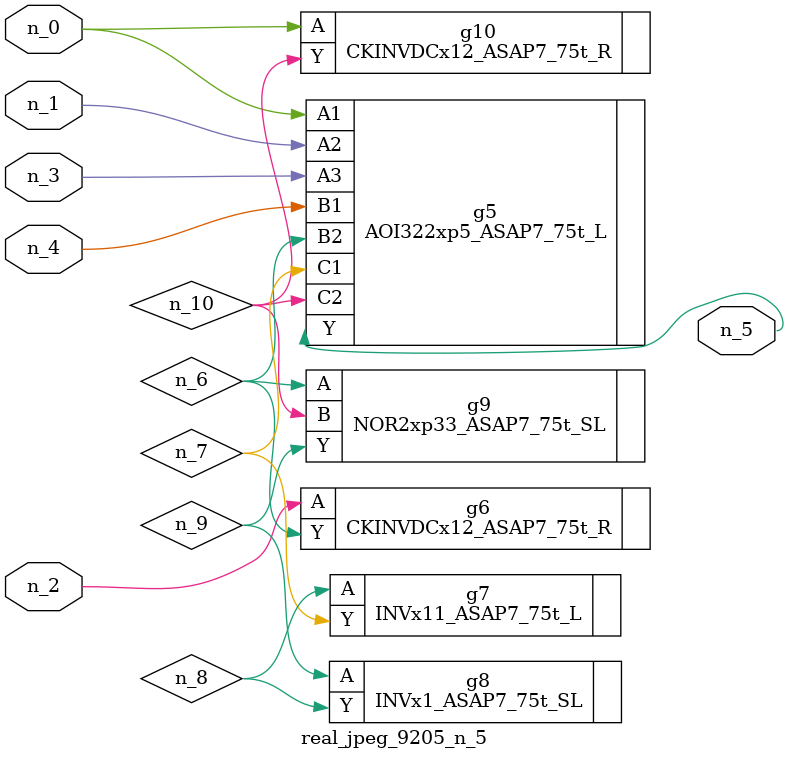
<source format=v>
module real_jpeg_9205_n_5 (n_4, n_0, n_1, n_2, n_3, n_5);

input n_4;
input n_0;
input n_1;
input n_2;
input n_3;

output n_5;

wire n_8;
wire n_6;
wire n_7;
wire n_10;
wire n_9;

AOI322xp5_ASAP7_75t_L g5 ( 
.A1(n_0),
.A2(n_1),
.A3(n_3),
.B1(n_4),
.B2(n_6),
.C1(n_7),
.C2(n_10),
.Y(n_5)
);

CKINVDCx12_ASAP7_75t_R g10 ( 
.A(n_0),
.Y(n_10)
);

CKINVDCx12_ASAP7_75t_R g6 ( 
.A(n_2),
.Y(n_6)
);

NOR2xp33_ASAP7_75t_SL g9 ( 
.A(n_6),
.B(n_10),
.Y(n_9)
);

INVx11_ASAP7_75t_L g7 ( 
.A(n_8),
.Y(n_7)
);

INVx1_ASAP7_75t_SL g8 ( 
.A(n_9),
.Y(n_8)
);


endmodule
</source>
